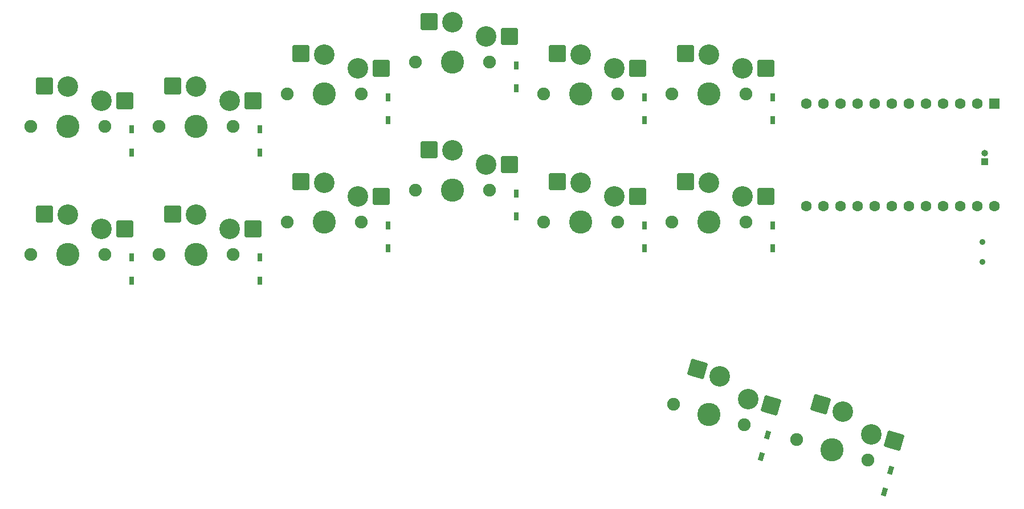
<source format=gbr>
%TF.GenerationSoftware,KiCad,Pcbnew,8.0.0*%
%TF.CreationDate,2024-03-11T23:33:39-04:00*%
%TF.ProjectId,Kiwi MKIII Left,4b697769-204d-44b4-9949-49204c656674,rev?*%
%TF.SameCoordinates,Original*%
%TF.FileFunction,Soldermask,Bot*%
%TF.FilePolarity,Negative*%
%FSLAX46Y46*%
G04 Gerber Fmt 4.6, Leading zero omitted, Abs format (unit mm)*
G04 Created by KiCad (PCBNEW 8.0.0) date 2024-03-11 23:33:39*
%MOMM*%
%LPD*%
G01*
G04 APERTURE LIST*
G04 Aperture macros list*
%AMRoundRect*
0 Rectangle with rounded corners*
0 $1 Rounding radius*
0 $2 $3 $4 $5 $6 $7 $8 $9 X,Y pos of 4 corners*
0 Add a 4 corners polygon primitive as box body*
4,1,4,$2,$3,$4,$5,$6,$7,$8,$9,$2,$3,0*
0 Add four circle primitives for the rounded corners*
1,1,$1+$1,$2,$3*
1,1,$1+$1,$4,$5*
1,1,$1+$1,$6,$7*
1,1,$1+$1,$8,$9*
0 Add four rect primitives between the rounded corners*
20,1,$1+$1,$2,$3,$4,$5,0*
20,1,$1+$1,$4,$5,$6,$7,0*
20,1,$1+$1,$6,$7,$8,$9,0*
20,1,$1+$1,$8,$9,$2,$3,0*%
%AMRotRect*
0 Rectangle, with rotation*
0 The origin of the aperture is its center*
0 $1 length*
0 $2 width*
0 $3 Rotation angle, in degrees counterclockwise*
0 Add horizontal line*
21,1,$1,$2,0,0,$3*%
G04 Aperture macros list end*
%ADD10C,1.900000*%
%ADD11C,3.050000*%
%ADD12C,3.450000*%
%ADD13RoundRect,0.250000X-1.025000X-1.000000X1.025000X-1.000000X1.025000X1.000000X-1.025000X1.000000X0*%
%ADD14C,0.900000*%
%ADD15R,1.000000X1.000000*%
%ADD16O,1.000000X1.000000*%
%ADD17RoundRect,0.250000X-1.260931X-0.678733X0.709656X-1.243790X1.260931X0.678733X-0.709656X1.243790X0*%
%ADD18R,1.600000X1.600000*%
%ADD19C,1.600000*%
%ADD20R,0.750000X1.200000*%
%ADD21RotRect,0.750000X1.200000X344.000000*%
G04 APERTURE END LIST*
D10*
%TO.C,SW203*%
X256129300Y-117492700D03*
D11*
X261629300Y-111592700D03*
D12*
X261629300Y-117492700D03*
D11*
X266629300Y-113692700D03*
D10*
X267129300Y-117492700D03*
D13*
X258129300Y-111492700D03*
X270129300Y-113692700D03*
%TD*%
D10*
%TO.C,SW209*%
X256129300Y-136542700D03*
D11*
X261629300Y-130642700D03*
D12*
X261629300Y-136542700D03*
D11*
X266629300Y-132742700D03*
D10*
X267129300Y-136542700D03*
D13*
X258129300Y-130542700D03*
X270129300Y-132742700D03*
%TD*%
D10*
%TO.C,SW201*%
X218029300Y-122255200D03*
D11*
X223529300Y-116355200D03*
D12*
X223529300Y-122255200D03*
D11*
X228529300Y-118455200D03*
D10*
X229029300Y-122255200D03*
D13*
X220029300Y-116255200D03*
X232029300Y-118455200D03*
%TD*%
D10*
%TO.C,SW207*%
X218029300Y-141305200D03*
D11*
X223529300Y-135405200D03*
D12*
X223529300Y-141305200D03*
D11*
X228529300Y-137505200D03*
D10*
X229029300Y-141305200D03*
D13*
X220029300Y-135305200D03*
X232029300Y-137505200D03*
%TD*%
D10*
%TO.C,SW208*%
X237079300Y-141305200D03*
D11*
X242579300Y-135405200D03*
D12*
X242579300Y-141305200D03*
D11*
X247579300Y-137505200D03*
D10*
X248079300Y-141305200D03*
D13*
X239079300Y-135305200D03*
X251079300Y-137505200D03*
%TD*%
D10*
%TO.C,SW212*%
X313279300Y-136542700D03*
D11*
X318779300Y-130642700D03*
D12*
X318779300Y-136542700D03*
D11*
X323779300Y-132742700D03*
D10*
X324279300Y-136542700D03*
D13*
X315279300Y-130542700D03*
X327279300Y-132742700D03*
%TD*%
D10*
%TO.C,SW206*%
X313279300Y-117492700D03*
D11*
X318779300Y-111592700D03*
D12*
X318779300Y-117492700D03*
D11*
X323779300Y-113692700D03*
D10*
X324279300Y-117492700D03*
D13*
X315279300Y-111492700D03*
X327279300Y-113692700D03*
%TD*%
D14*
%TO.C,SW215*%
X359434307Y-142480200D03*
X359434307Y-139480200D03*
%TD*%
D10*
%TO.C,SW202*%
X237079300Y-122255200D03*
D11*
X242579300Y-116355200D03*
D12*
X242579300Y-122255200D03*
D11*
X247579300Y-118455200D03*
D10*
X248079300Y-122255200D03*
D13*
X239079300Y-116255200D03*
X251079300Y-118455200D03*
%TD*%
D15*
%TO.C,BT201*%
X359779300Y-127542700D03*
D16*
X359779300Y-126272700D03*
%TD*%
D10*
%TO.C,SW205*%
X294229300Y-117492700D03*
D11*
X299729300Y-111592700D03*
D12*
X299729300Y-117492700D03*
D11*
X304729300Y-113692700D03*
D10*
X305229300Y-117492700D03*
D13*
X296229300Y-111492700D03*
X308229300Y-113692700D03*
%TD*%
D10*
%TO.C,SW214*%
X331804396Y-168838804D03*
D11*
X338717595Y-164683365D03*
D12*
X337091335Y-170354809D03*
D11*
X342945064Y-168080201D03*
D10*
X342378274Y-171870814D03*
D17*
X335380743Y-163622508D03*
X346309481Y-169044932D03*
%TD*%
D10*
%TO.C,SW211*%
X294229300Y-136542700D03*
D11*
X299729300Y-130642700D03*
D12*
X299729300Y-136542700D03*
D11*
X304729300Y-132742700D03*
D10*
X305229300Y-136542700D03*
D13*
X296229300Y-130542700D03*
X308229300Y-132742700D03*
%TD*%
D10*
%TO.C,SW210*%
X275179300Y-131780200D03*
D11*
X280679300Y-125880200D03*
D12*
X280679300Y-131780200D03*
D11*
X285679300Y-127980200D03*
D10*
X286179300Y-131780200D03*
D13*
X277179300Y-125780200D03*
X289179300Y-127980200D03*
%TD*%
D10*
%TO.C,SW213*%
X313492361Y-163601695D03*
D11*
X320405560Y-159446256D03*
D12*
X318779300Y-165117700D03*
D11*
X324633029Y-162843092D03*
D10*
X324066239Y-166633705D03*
D17*
X317068708Y-158385399D03*
X327997446Y-163807823D03*
%TD*%
D18*
%TO.C,U201*%
X361199300Y-118922700D03*
D19*
X358659300Y-118922700D03*
X356119300Y-118922700D03*
X353579300Y-118922700D03*
X351039300Y-118922700D03*
X348499300Y-118922700D03*
X345959300Y-118922700D03*
X343419300Y-118922700D03*
X340879300Y-118922700D03*
X338339300Y-118922700D03*
X335799300Y-118922700D03*
X333259300Y-118922700D03*
X333259300Y-134162700D03*
X335799300Y-134162700D03*
X338339300Y-134162700D03*
X340879300Y-134162700D03*
X343419300Y-134162700D03*
X345959300Y-134162700D03*
X348499300Y-134162700D03*
X351039300Y-134162700D03*
X353579300Y-134162700D03*
X356119300Y-134162700D03*
X358659300Y-134162700D03*
X361199300Y-134162700D03*
%TD*%
D10*
%TO.C,SW204*%
X275179300Y-112730200D03*
D11*
X280679300Y-106830200D03*
D12*
X280679300Y-112730200D03*
D11*
X285679300Y-108930200D03*
D10*
X286179300Y-112730200D03*
D13*
X277179300Y-106730200D03*
X289179300Y-108930200D03*
%TD*%
D20*
%TO.C,D208*%
X252079300Y-145205200D03*
X252079300Y-141805200D03*
%TD*%
%TO.C,D206*%
X328279300Y-121392700D03*
X328279300Y-117992700D03*
%TD*%
%TO.C,D211*%
X309229300Y-140442700D03*
X309229300Y-137042700D03*
%TD*%
%TO.C,D201*%
X233029300Y-126155200D03*
X233029300Y-122755200D03*
%TD*%
%TO.C,D203*%
X271129300Y-121392700D03*
X271129300Y-117992700D03*
%TD*%
%TO.C,D202*%
X252079300Y-126155200D03*
X252079300Y-122755200D03*
%TD*%
%TO.C,D205*%
X309229300Y-121392700D03*
X309229300Y-117992700D03*
%TD*%
%TO.C,D207*%
X233029300Y-145205200D03*
X233029300Y-141805200D03*
%TD*%
%TO.C,D209*%
X271129300Y-140442700D03*
X271129300Y-137042700D03*
%TD*%
D21*
%TO.C,D213*%
X326528862Y-171441968D03*
X327466030Y-168173678D03*
%TD*%
D20*
%TO.C,D210*%
X290179300Y-135680200D03*
X290179300Y-132280200D03*
%TD*%
D21*
%TO.C,D214*%
X344840897Y-176679077D03*
X345778065Y-173410787D03*
%TD*%
D20*
%TO.C,D212*%
X328279300Y-140442700D03*
X328279300Y-137042700D03*
%TD*%
%TO.C,D204*%
X290179300Y-116630200D03*
X290179300Y-113230200D03*
%TD*%
M02*

</source>
